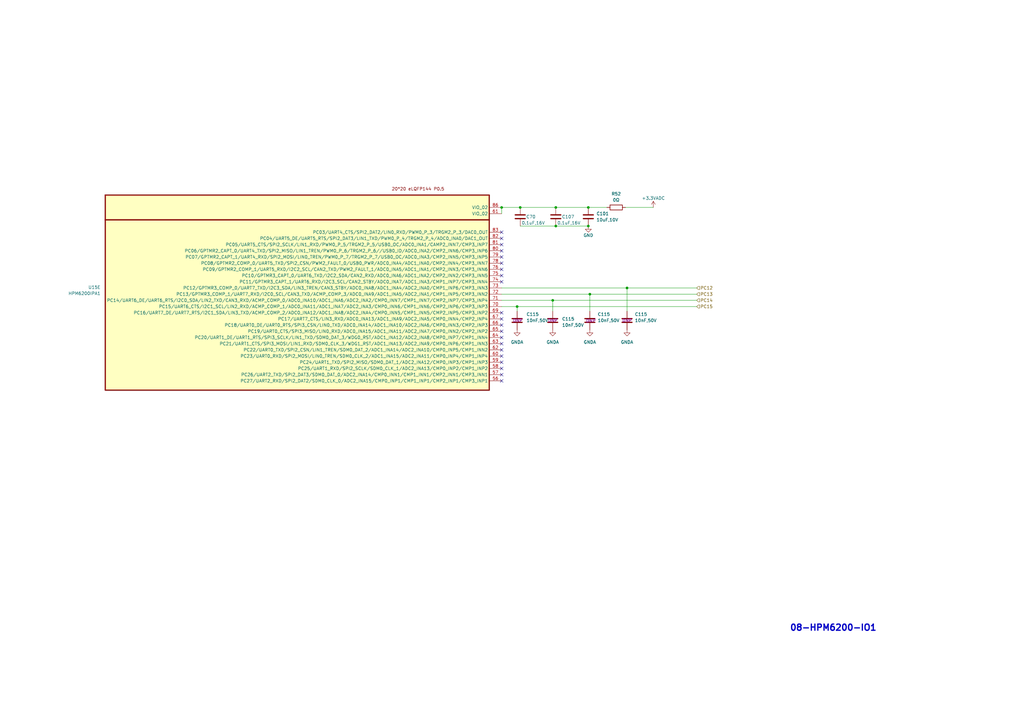
<source format=kicad_sch>
(kicad_sch (version 20230121) (generator eeschema)
  (paper "A3")
  (lib_symbols
    (symbol "00_HPM6200_Library:HPM6200IPA1"
      (property "Reference" "U3" (at 19.881 5.08 0))
      (property "Value" "HPM6200IPA1" (at 19.881 2.54 0))
      (symbol "HPM6200IPA1_0_0"
        (text "20*20 eLQFP144 P0.5" (at 29.21 1.27 0) (effects (font (size 1.27 1.27))))
      )
      (symbol "HPM6200IPA1_1_1"
        (polyline (pts (xy 0 -44.45) (xy 35.56 -44.45)) (stroke (width 0.508)))
        (polyline (pts (xy 8.89 -6.35) (xy 14.605 -6.35) (xy 14.605 -10.16) (xy 13.97 -9.525) (xy 14.605 -10.16) (xy 15.24 -9.525)))
        (polyline (pts (xy 14.605 -12.7) (xy 14.605 -16.51) (xy 8.89 -16.51) (xy 9.525 -15.875) (xy 8.89 -16.51) (xy 9.525 -17.145)))
        (rectangle (start 0 0) (end 35.56 -60.96) (stroke (width 0.508)) (fill (type background)))
        (rectangle (start 10.16 -10.16) (end 17.78 -12.7))
        (text "Analog_Domain" (at 11.43 -46.99 0) (effects (font (size 1.778 1.778))))
        (text "DCDC" (at 13.97 -11.43 0) (effects (font (size 1.27 1.27))))
        (text "DCDC_Domain" (at 10.16 -2.54 0) (effects (font (size 1.778 1.778))))
        (pin power_in line (at 40.64 -24.13 180) (length 5.08) (name "VDD_SOC") (number "104"))
        (pin power_in line (at 40.64 -21.59 180) (length 5.08) (name "VDD_SOC") (number "113"))
        (pin power_in line (at 40.64 -19.05 180) (length 5.08) (name "VDD_SOC") (number "126"))
        (pin power_in line (at 40.64 -16.51 180) (length 5.08) (name "VDD_SOC") (number "140"))
        (pin power_out line (at 17.78 -66.04 90) (length 5.08) (name "PAD") (number "145"))
        (pin power_in line (at 40.64 -8.89 180) (length 5.08) (name "VDD_SOC") (number "18"))
        (pin power_in line (at 40.64 -11.43 180) (length 5.08) (name "VDD_SOC") (number "28"))
        (pin input line (at -5.08 -24.13 0) (length 5.08) (name "DCDC_SNS") (number "29"))
        (pin power_out line (at -5.08 -35.56 0) (length 5.08) (name "DCDC_GND") (number "30"))
        (pin power_out line (at -5.08 -16.51 0) (length 5.08) (name "DCDC_LP") (number "31"))
        (pin power_in line (at -5.08 -6.35 0) (length 5.08) (name "DCDC_IN") (number "32"))
        (pin power_in line (at 40.64 -13.97 180) (length 5.08) (name "VDD_SOC") (number "5"))
        (pin power_in line (at 40.64 -34.29 180) (length 5.08) (name "VDD_SOC") (number "55"))
        (pin power_in line (at 40.64 -31.75 180) (length 5.08) (name "VDD_SOC") (number "68"))
        (pin power_in line (at 40.64 -29.21 180) (length 5.08) (name "VDD_SOC") (number "77"))
        (pin power_out line (at 40.64 -55.88 180) (length 5.08) (name "VREFL") (number "84"))
        (pin power_in line (at 40.64 -49.53 180) (length 5.08) (name "VREFH") (number "85"))
        (pin power_in line (at -5.08 -55.88 0) (length 5.08) (name "VANA") (number "87"))
        (pin power_in line (at 40.64 -26.67 180) (length 5.08) (name "VDD_SOC") (number "90"))
      )
      (symbol "HPM6200IPA1_2_1"
        (polyline (pts (xy 0 -6.35) (xy 104.14 -6.35)) (stroke (width 0.5)))
        (rectangle (start 0 0) (end 104.14 -31.75) (stroke (width 0.508)) (fill (type background)))
        (pin power_in line (at -5.08 -3.81 0) (length 5.08) (name "VBAT") (number "46"))
        (pin bidirectional line (at -5.08 -27.94 0) (length 5.08) (name "PZ07/BATT_TAMPER_07/SOC_GPIO_Z_07/UART6_RXD/I2C3_SDA/LIN2_RXD") (number "47"))
        (pin bidirectional line (at -5.08 -25.4 0) (length 5.08) (name "PZ06/BATT_TAMPER_06/SOC_GPIO_Z_06/UART6_TXD/I2C3_SCL/LIN2_TXD") (number "48"))
        (pin bidirectional line (at -5.08 -22.86 0) (length 5.08) (name "PZ05/BATT_WLED/BATT_WLED/BATT_WLED/SOC_GPIO_Z_05/UART5_RXD/LIN2_TREN/CAN3_RXD/CPU1_NMI") (number "49"))
        (pin bidirectional line (at -5.08 -20.32 0) (length 5.08) (name "PZ04/BATT_PLED/BATT_TAMPER_04/SOC_GPIO_Z_04/UART5_TXD/LIN3_TREN/CAN3_RXD/CPU1_NMI") (number "50"))
        (pin bidirectional line (at -5.08 -17.78 0) (length 5.08) (name "PZ03/BATT_WBUTN/BATT_TAMPER_03/SOC_GPIO_Z_03/UART4_RXD/I2C2_SDA/CAN3_STBY/CPU0_NMI") (number "51"))
        (pin bidirectional line (at -5.08 -15.24 0) (length 5.08) (name "PZ02/BATT_PBUTN/BATT_TAMPER_02/SOC_GPIO_Z_02/UART4_TXD/I2C2_SCL/CAN2_STBY/CPU0_NMI") (number "52"))
        (pin bidirectional line (at -5.08 -12.7 0) (length 5.08) (name "PZ01/BATT_RESETN/BATT_TAMPER_01/SOC_GPIO_Z_01/UART3_RXD/CAN2_RXD") (number "53"))
        (pin bidirectional line (at -5.08 -10.16 0) (length 5.08) (name "PZ00/BATT_PWR_ON/BATT_TAMPER_00/SOC_GPIO_Z_00/UART3_TXD/CAN2_TXD") (number "54"))
      )
      (symbol "HPM6200IPA1_3_0"
        (polyline (pts (xy 12.7 -13.97) (xy 46.99 -13.97) (xy 45.974 -13.462) (xy 46.99 -13.97) (xy 45.974 -14.478)))
        (polyline (pts (xy 12.7 -5.08) (xy 46.99 -5.08) (xy 45.974 -4.572) (xy 46.99 -5.08) (xy 45.974 -5.588)))
        (polyline (pts (xy 53.34 -13.97) (xy 87.63 -13.97) (xy 86.614 -13.462) (xy 87.63 -13.97) (xy 86.614 -14.478)))
        (polyline (pts (xy 53.34 -5.08) (xy 87.63 -5.08) (xy 86.614 -4.572) (xy 87.63 -5.08) (xy 86.614 -5.588)))
      )
      (symbol "HPM6200IPA1_3_1"
        (polyline (pts (xy 0 -17.78) (xy 102.87 -17.78)) (stroke (width 0.508)))
        (polyline (pts (xy 12.7 -12.7) (xy 12.7 -5.08) (xy 12.7 -13.97)))
        (rectangle (start 0 0) (end 102.87 -41.91) (stroke (width 0.508)) (fill (type background)))
        (rectangle (start 48.26 -12.7) (end 53.34 -15.24))
        (rectangle (start 48.26 -3.81) (end 53.34 -6.35))
        (text "LDO" (at 50.8 -13.97 0) (effects (font (size 1.27 1.27))))
        (text "LDO" (at 50.8 -5.08 0) (effects (font (size 1.27 1.27))))
        (pin bidirectional line (at -5.08 -39.37 0) (length 5.08) (name "PY07/UART_RXD/PTMR_CAPT_3/SOC_GPIO_Y_07/UART0_RXD/I2C1_SDA/LIN1_RXD") (number "33"))
        (pin bidirectional line (at -5.08 -36.83 0) (length 5.08) (name "PY06/UART_TXD/PTMR_COMP_3/SOC_GPIO_Y_06/UART0_TXD/I2C1_SCL/LIN1_TXD") (number "34"))
        (pin bidirectional line (at -5.08 -34.29 0) (length 5.08) (name "PY05/WDOG_RST/PTMR_CAPT_2/SOC_GPIO_Y_05/UART7_RXD/I2C0_SDA/LIN1_TREN/CAN3_RXD/WDG1_RST") (number "35"))
        (pin bidirectional line (at -5.08 -31.75 0) (length 5.08) (name "PY04/JTAG_TRST/PTMR_COMP_2/SOC_GPIO_Y_04/UART7_TXD/I2C0_SCL/LIN0_TREN/CAN3_TXD/WDG0_RST") (number "36"))
        (pin bidirectional line (at -5.08 -29.21 0) (length 5.08) (name "PY03/JTAG_TMS/PTMR_CAPT_1/SOC_GPIO_Y_03/UART0_CTS/SPI3_MOSI/LIN0_RXD") (number "37"))
        (pin bidirectional line (at -5.08 -26.67 0) (length 5.08) (name "PY02/JTAG_TCK/PTMR_COMP_1/SOC_GPIO_Y_02/UART0_DE/UART0_RTS/SPI3_SCLK/LIN0_TXD/CPU1_NMI") (number "38"))
        (pin power_out line (at 107.95 -13.97 180) (length 5.08) (name "VDD_OTPCAP") (number "39"))
        (pin bidirectional line (at -5.08 -24.13 0) (length 5.08) (name "PY01/JTAG_TDI/PTMR_CAPT_0/SOC_GPIO_Y_01/UART7_CTS/SPI3_MISO/LIN3_RXD/CAN2_RXD/CPU0_NMI") (number "40"))
        (pin power_out line (at 107.95 -5.08 180) (length 5.08) (name "VDD_PMCCAP") (number "41"))
        (pin bidirectional line (at -5.08 -21.59 0) (length 5.08) (name "PY00/JTAG_TDO/PTMR_COMP_0/SPC_GPIO_Y_00/UART7_DE/UART7_RTS/SPI3_CSN/LIN3_TXD/CAN2_TXD") (number "42"))
        (pin power_in line (at -5.08 -5.08 0) (length 5.08) (name "VPMC") (number "43"))
      )
      (symbol "HPM6200IPA1_4_1"
        (polyline (pts (xy 0 -13.97) (xy 116.84 -13.97)) (stroke (width 0.5)))
        (rectangle (start 0 0) (end 116.84 -175.26) (stroke (width 0.508)) (fill (type background)))
        (pin bidirectional line (at -5.08 -53.34 0) (length 5.08) (name "PA22/GPTMR0_COMP_1/UART6_DE/UART6_RTS/I2C3_SDA/LIN2_TXD/CAN0_RXD/TRGM1_P_02/PWM3_P_02") (number "1"))
        (pin bidirectional line (at -5.08 -33.02 0) (length 5.08) (name "PA14/UART4_TXD/SPI0_DAT3/LIN1_TREN/CAN0_RXD/XPI0_CB_CS1/PWM1_P_5/TRGM3_P_5/SOC_REF0") (number "10"))
        (pin bidirectional line (at -5.08 -154.94 0) (length 5.08) (name "PB29/UART3_RXD/SPI1_SCLK/LIN2_TREN/CAN2_TXD/TRGM0_P_09/PWM2_P_05/SDM0_DAT_3") (number "100"))
        (pin bidirectional line (at -5.08 -152.4 0) (length 5.08) (name "PB28/UART3_TXD/SPI1_MISO/LIN3_TREN/TRGM0_P_08/PWM2_P_04/SDM0_CLK_3") (number "101"))
        (pin bidirectional line (at -5.08 -149.86 0) (length 5.08) (name "PB27/UART2_RXD/SPI1_CSN/TRGM0_P_07/PWM2_P_03/SDM0_DAT_2") (number "102"))
        (pin bidirectional line (at -5.08 -147.32 0) (length 5.08) (name "PB26/UART2_TXD/TRGM0_P_06/PWM2_P_02/SDM0_CLK_2") (number "103"))
        (pin bidirectional line (at -5.08 -144.78 0) (length 5.08) (name "PB25/GPTMR3_COMP_1/UART1_RXD/I2C1_SDA/TRGM0_P_05/PWM2_P_01/SDM0_DAT_1") (number "105"))
        (pin bidirectional line (at -5.08 -142.24 0) (length 5.08) (name "PB24/GPTMR3_COMP_0/UART1_TXD/I2C1_SCL/TRGM0_P_04/PWM2_P_00/SDM0_CLK_1") (number "106"))
        (pin bidirectional line (at -5.08 -139.7 0) (length 5.08) (name "PB23/GPTMR3_CAPT_1/UART0_RXD/I2C0_SDA/LIN0_TREN/CAN1_RXD/TRGM0_P_03/TRGM2_P_11/SDM0_DAT_0/SOC_REF1") (number "107"))
        (pin bidirectional line (at -5.08 -137.16 0) (length 5.08) (name "PB22/GPTMR3_CAPT_0/UART0_TXD/I2C0_SCL/LIN1_TREN/CAN1_TXD/TRGM0_P_02/TRGM2_P_10/SDM0_CLK_0/SOC_REF0") (number "108"))
        (pin bidirectional line (at -5.08 -134.62 0) (length 5.08) (name "PB21/GPTMR2_COMP_1/UART1_CTS/I2C3_SDA/LIN1_RXD/CAN0_RXD/TRGM0_P_01/TRGM2_P_9") (number "109"))
        (pin bidirectional line (at -5.08 -30.48 0) (length 5.08) (name "PA13/GPTMR1_COMP_1/UART5_CTS/SPI0_MOSI/LIN_RXD/CAN0_TXD/XPI0_CB_DQS/PWM1_P_6/TRGM3_P_6/SOC_REF1") (number "11"))
        (pin bidirectional line (at -5.08 -132.08 0) (length 5.08) (name "PB20/GPTMR2_COMP_0/UART1_DE/UART1_RTS/I2C3_SCL/LIN1_TXD/CAN0_TXD/TRGM0_P_00/TRGM2_P_8") (number "110"))
        (pin bidirectional line (at -5.08 -129.54 0) (length 5.08) (name "PB19/GPTMR2_CAPT_1/UART0_CTS/I2C2_SDA/LIN0_RXD/CAN0_STBY/PWM0_P_7/TRGM2_P_7/HRPWM0_P_7") (number "111"))
        (pin bidirectional line (at -5.08 -127 0) (length 5.08) (name "PB18/GPTMR2_CAPT_0/UART0_DE/UART0_RTS/I2C2_SCL/LIN0_TXD/CAN1_STBY/PWM0_P_6/TRGM2_P_6/HRPWM0_P_6") (number "112"))
        (pin bidirectional line (at -5.08 -124.46 0) (length 5.08) (name "PB17/UART7_CTS/LIN3_RXD/PWM0_P_5/TRGM2_P_5/HRPWM0_P_5") (number "114"))
        (pin bidirectional line (at -5.08 -121.92 0) (length 5.08) (name "PB16/UART7_DE/UART7_RTS/SPI2_MOSI/LIN3_TXD/PWM0_P_4/TRGM2_P_4/HRPWM0_P_4") (number "115"))
        (pin bidirectional line (at -5.08 -119.38 0) (length 5.08) (name "PB15/UART6_CTS/SPI2_SCLK/LIN2_RXD/CAN1_RXD/PWM0_P_3/TRGM2_P_3/HRPWM0_P_3") (number "116"))
        (pin bidirectional line (at -5.08 -116.84 0) (length 5.08) (name "PB14/UART6_DE/UART6_RTS/SPI2_MISO/LIN2_TXD/CAN1_TXD/PWM0_P_2/TRGM2_P_2/HRPWM0_P_2") (number "117"))
        (pin bidirectional line (at -5.08 -114.3 0) (length 5.08) (name "PB13/UART7_RXD/SPI2_CSN/LIN2_TREN/CAN0_RXD/PWM0_P_1/TRGM2_P_1/HRPWM0_P_1") (number "118"))
        (pin bidirectional line (at -5.08 -111.76 0) (length 5.08) (name "PB12/UART7_TXD/SPI1_CSN/LIN3_TREN/CAN0_TXD/PWM0_P_0/TRGM2_P_0/HRPWM0_P_0") (number "119"))
        (pin power_in line (at -5.08 -6.35 0) (length 5.08) (name "VIO_01") (number "12"))
        (pin power_in line (at -5.08 -11.43 0) (length 5.08) (name "VIO_01") (number "120"))
        (pin bidirectional line (at -5.08 -109.22 0) (length 5.08) (name "PB11/UART6_RXD/SPI1_MOSI/PWM0_FAULT_0") (number "121"))
        (pin bidirectional line (at -5.08 -106.68 0) (length 5.08) (name "PB10/UART6_TXD/SPI1_MISO/PWM0_FAULT_1") (number "122"))
        (pin bidirectional line (at -5.08 -104.14 0) (length 5.08) (name "PB09/UART5_RXD/SPI1_SCLK/CAN1_RXD/PWM1_FAULT_1") (number "123"))
        (pin bidirectional line (at -5.08 -101.6 0) (length 5.08) (name "PB08/UART5_TXD/SPI1_DAT3/CAN1_TXD/PWM1_FAULT_0") (number "124"))
        (pin bidirectional line (at -5.08 -99.06 0) (length 5.08) (name "PB07/UART4_RXD/SPI1_DAT2/CAN1_STBY/PWM1_P_7/TRGM3_P_11/HRPWM1_P_7") (number "125"))
        (pin bidirectional line (at -5.08 -96.52 0) (length 5.08) (name "PB06/UART4_TXD/CAN0_STBY/PWM1_P_6/TRGM3_P_10/HRPWM1_P_6") (number "127"))
        (pin bidirectional line (at -5.08 -93.98 0) (length 5.08) (name "PB05/UART3_RXD/SPI1_MOSI/CAN0_RXD/PWM1_P_5/TRGM3_P_9/HRPWM1_P_5") (number "128"))
        (pin bidirectional line (at -5.08 -91.44 0) (length 5.08) (name "PB04/UART3_TXD/SPI1_SCLK/CAN0_TXD/PWM1_P_4/TRGM3_P_8/HRPWM1_P_4") (number "129"))
        (pin bidirectional line (at -5.08 -27.94 0) (length 5.08) (name "PA12/GPTMR1_COMP_0/UART5_DE/UART5_RTS/SPI0_SCLK/LIN1_TXD/XPI0_CB_D_3/PWM1_P_7/TRGM3_P_7") (number "13"))
        (pin bidirectional line (at -5.08 -88.9 0) (length 5.08) (name "PB03/UART2_RXD/SPI1_MISO/PWM1_P_3/TRGM3_P_7/HRPWM1_P_3") (number "130"))
        (pin bidirectional line (at -5.08 -86.36 0) (length 5.08) (name "PB02/UART2_TXD/SPI1_CSN/PWM1_P_2/TRGM3_P_6/HRPWM1_P_2") (number "131"))
        (pin bidirectional line (at -5.08 -83.82 0) (length 5.08) (name "PB01/UART1_RXD/SPI0_DAT3/PWM1_P_1/TRGM3_P_5/HRPWM1_P_1") (number "132"))
        (pin power_in line (at -5.08 -3.81 0) (length 5.08) (name "VIO_01") (number "133"))
        (pin bidirectional line (at -5.08 -81.28 0) (length 5.08) (name "PB00/UART1_TXD/SPI0_DAT2/CAN1_RXD/PWM1_P_0/TRGM3_P_4/HRPWM1_P_0") (number "134"))
        (pin bidirectional line (at -5.08 -76.2 0) (length 5.08) (name "PA31/UART0_RXD/SPI0_MOSI/LIN0_TREN/CAN1_TXD/TRGM1_P_11/TRGM3_P_3") (number "135"))
        (pin bidirectional line (at -5.08 -73.66 0) (length 5.08) (name "PA30/UART0_TXD/SPI0_SCLK/LIN1_TREN/CAN0_RXD/TRGM1_P_10/TRGM3_P_2") (number "136"))
        (pin bidirectional line (at -5.08 -71.12 0) (length 5.08) (name "PA29/UART1_CTS/SPI0_MISO/LIN1_RXD/CAN_TXD/TRGM1_P_09/TRGM3_P_1") (number "137"))
        (pin bidirectional line (at -5.08 -68.58 0) (length 5.08) (name "PA28/UART1_DE/UART1_RTS/SPI0_CSN/LIN1_TXD/TRGM1_P_08/TRGM3_P_0") (number "138"))
        (pin bidirectional line (at -5.08 -66.04 0) (length 5.08) (name "PA27/UART0_CTS/LIN0_RXD/TRGM1_P_07/PWM3_P_07") (number "139"))
        (pin bidirectional line (at -5.08 -25.4 0) (length 5.08) (name "PA11/GPTMR1_CAPT_1/UART4_CTS/SPI0_MISO/LIN0_RXD/CAN1_RXD/XPI0_CB_SCLK/PWM3_FAULT_0") (number "14"))
        (pin bidirectional line (at -5.08 -63.5 0) (length 5.08) (name "PA26/GPTMR1_COMP_1/UART0_DE/UART0_RTS/I2C1_SDA/LIN0_TXD/CAN1_RXD/TRGM1_P_06/PWM3_P_06") (number "141"))
        (pin bidirectional line (at -5.08 -60.96 0) (length 5.08) (name "PA25/GPTMR1_COMP_0/UART7_CTS/I2C1_SCL/LIN3_RXD/CAN1_TXD/TRGM1_P_05/PWM3_P_05") (number "142"))
        (pin bidirectional line (at -5.08 -58.42 0) (length 5.08) (name "PA24/GPTMR1_CAPT_1/UART7_DE/UART7_RTS/I2C0_SDA/LIN3_TXD/CAN1_STBY/TRGM1_P_04/PWM3_P_04") (number "143"))
        (pin bidirectional line (at -5.08 -55.88 0) (length 5.08) (name "PA23/GPTMR1_CAPT_0/UART6_CTS/I2C0_SCL/LIN2_RXD/CAN0_STBY/TRGM1_P_03/PWM3_P_03") (number "144"))
        (pin bidirectional line (at -5.08 -22.86 0) (length 5.08) (name "PA10/GPTMR1_CAPT_0/UART4_DE/UART4_RTS/SPI0_CSN/LIN0_TXD/CAN1_TXD/XPI0_CB_D_1/PWM3_FAULT_1") (number "15"))
        (pin bidirectional line (at -5.08 -20.32 0) (length 5.08) (name "PA09/GPTMR0_COMP_1/UART3_CTS/I2C1_SDA/SPI0_MOSI/LIN3_RXD/CAN0_RXD/XPI0_CB_D_2") (number "16"))
        (pin bidirectional line (at -5.08 -17.78 0) (length 5.08) (name "PA08/GPTMR0_COMP_0/UART3_DE/UART3_RTS/I2C1_SCL/SPI0_SCLK/LIN3_TXD/CAN0_TXD/XPI0_CB_D_0") (number "17"))
        (pin bidirectional line (at -5.08 -50.8 0) (length 5.08) (name "PA21/GPTMR0_COMP_0/UART7_RXD/I2C3_SCL/LIN2_TREN/CAN0_TXD/TRGM1_P_01/PWM3_P_01") (number "2"))
        (pin bidirectional line (at -5.08 -48.26 0) (length 5.08) (name "PA20/GPTMR0_CAPT_1/UART7_TXD/I2C2_SDA/LIN3_TREN/TRGM1_P_00/PWM3_P_00") (number "3"))
        (pin bidirectional line (at -5.08 -45.72 0) (length 5.08) (name "PA19/GPTMR0_CAPT_0/UART6_RXD/I2C2_SCL/SPI1_MOSI/PWM1_P_0/TRGM3_P_0") (number "4"))
        (pin bidirectional line (at -5.08 -43.18 0) (length 5.08) (name "PA18/UART6_TXD/SPI1_SCLK/CAN1_RXD/PWM1_P_1/TRGM3_P_1/SYSCTL_CLK_OBS_0") (number "6"))
        (pin bidirectional line (at -5.08 -40.64 0) (length 5.08) (name "PA17/UART5_RXD/SPI1_MISO/CAN1_TXD/PWM1_P_2/TRGM3_P_2/SYSCTL_CLK_OBS_1") (number "7"))
        (pin bidirectional line (at -5.08 -38.1 0) (length 5.08) (name "PA16/UART5_TXD/SPI1_CSN/CAN1_STBY/PWM1_P_3/TRGM3_P_3/SYSCTL_CLK_OBS_2") (number "8"))
        (pin bidirectional line (at -5.08 -35.56 0) (length 5.08) (name "PA15/UART4_RXD/SPI0_DAT2/LIN0_TREN/CAN0_STBY/XPI0_CB_CS0/PWM1_P_4/TRGM3_P_4/SYSCTL_CLK_OBS_3") (number "9"))
        (pin power_in line (at -5.08 -8.89 0) (length 5.08) (name "VIO_01") (number "94"))
        (pin bidirectional line (at -5.08 -170.18 0) (length 5.08) (name "PC02/UART4_DE/UART4_RTS/SPI2_MOSI/LIN0_TXD/CAN3_TXD/PWM0_P_2/TRGM2_P_2/USB0_OC") (number "95"))
        (pin bidirectional line (at -5.08 -167.64 0) (length 5.08) (name "PC01/UART3_CTS/SPI2_SCLK/LIN3_RXD/CAN3_RXD/PWM0_P_1/TRGM2_P_1/USB0_PWR") (number "96"))
        (pin bidirectional line (at -5.08 -165.1 0) (length 5.08) (name "PC00/UART3_DE/UART3_RTS/SPI2_MISO/LIN3_TXD/CAN3_STBY/PWM0_P_0/TRGM2_P_0/USB0_ID") (number "97"))
        (pin bidirectional line (at -5.08 -160.02 0) (length 5.08) (name "PB31/UART2_CTS/SPI2_CSN/LIN2_RXD/CAN2_STBY/TRGM0_P_11/PWM2_P_07") (number "98"))
        (pin bidirectional line (at -5.08 -157.48 0) (length 5.08) (name "PB30/UART2_DE/UART2_RTS/SPI1_MOSI/LIN2_TXD/CAN2_RXD/TRGM0_P_10/PWM2_P_06") (number "99"))
      )
      (symbol "HPM6200IPA1_5_1"
        (rectangle (start 0 -1.27) (end 157.48 -81.28) (stroke (width 0.508)) (fill (type background)))
        (polyline (pts (xy 0 -11.43) (xy 157.48 -11.43)) (stroke (width 0.5)))
        (pin bidirectional line (at -5.08 -77.47 0) (length 5.08) (name "PC27/UART2_RXD/SPI2_DAT2/SDM0_CLK_0/ADC2_INA15/CMP0_INP1/CMP1_INP1/CMP2_INP1/CMP3_INP1") (number "56"))
        (pin bidirectional line (at -5.08 -74.93 0) (length 5.08) (name "PC26/UART2_TXD/SPI2_DAT3/SDM0_DAT_0/ADC2_INA14/CMP0_INN1/CMP1_INN1/CMP2_INN1/CMP3_INN1") (number "57"))
        (pin bidirectional line (at -5.08 -72.39 0) (length 5.08) (name "PC25/UART1_RXD/SPI2_SCLK/SDM0_CLK_1/ADC2_INA13/CMP0_INP2/CMP1_INP2") (number "58"))
        (pin bidirectional line (at -5.08 -69.85 0) (length 5.08) (name "PC24/UART1_TXD/SPI2_MISO/SDM0_DAT_1/ADC2_INA12/CMP0_INP3/CMP1_INP3") (number "59"))
        (pin bidirectional line (at -5.08 -67.31 0) (length 5.08) (name "PC23/UART0_RXD/SPI2_MOSI/LIN0_TREN/SDM0_CLK_2/ADC1_INA15/ADC2_INA11/CMP0_INP4/CMP1_INP4") (number "60"))
        (pin power_in line (at -5.08 -8.89 0) (length 5.08) (name "VIO_02") (number "61"))
        (pin bidirectional line (at -5.08 -64.77 0) (length 5.08) (name "PC22/UART0_TXD/SPI2_CSN/LIN1_TREN/SDM0_DAT_2/ADC1_INA14/ADC2_INA10/CMP0_INP5/CMP1_INN2") (number "62"))
        (pin bidirectional line (at -5.08 -62.23 0) (length 5.08) (name "PC21/UART1_CTS/SPI3_MOSI/LIN1_RXD/SDM0_CLK_3/WDG1_RST/ADC1_INA13/ADC2_INA9/CMP0_INP6/CMP1_INN3") (number "63"))
        (pin bidirectional line (at -5.08 -59.69 0) (length 5.08) (name "PC20/UART1_DE/UART1_RTS/SPI3_SCLK/LIN1_TXD/SDM0_DAT_3/WDG0_RST/ADC1_INA12/ADC2_INA8/CMP0_INP7/CMP1_INN4") (number "64"))
        (pin bidirectional line (at -5.08 -57.15 0) (length 5.08) (name "PC19/UART0_CTS/SPI3_MISO/LIN0_RXD/ADC0_INA15/ADC1_INA11/ADC2_INA7/CMP0_INN2/CMP2_INP2") (number "65"))
        (pin bidirectional line (at -5.08 -54.61 0) (length 5.08) (name "PC18/UART0_DE/UART0_RTS/SPI3_CSN/LIN0_TXD/ADC0_INA14/ADC1_INA10/ADC2_INA6/CMP0_INN3/CMP2_INP3") (number "66"))
        (pin bidirectional line (at -5.08 -52.07 0) (length 5.08) (name "PC17/UART7_CTS/LIN3_RXD/ADC0_INA13/ADC1_INA9/ADC2_INA5/CMP0_INN4/CMP2_INP4") (number "67"))
        (pin bidirectional line (at -5.08 -49.53 0) (length 5.08) (name "PC16/UART7_DE/UART7_RTS/I2C1_SDA/LIN3_TXD/ACMP_COMP_2/ADC0_INA12/ADC1_INA8/ADC2_INA4/CMP0_INN5/CMP1_INN5/CMP2_INP5/CMP3_INP2") (number "69"))
        (pin bidirectional line (at -5.08 -46.99 0) (length 5.08) (name "PC15/UART6_CTS/I2C1_SCL/LIN2_RXD/ACMP_COMP_1/ADC0_INA11/ADC1_INA7/ADC2_INA3/CMP0_INN6/CMP1_INN6/CMP2_INP6/CMP3_INP3") (number "70"))
        (pin bidirectional line (at -5.08 -44.45 0) (length 5.08) (name "PC14/UART6_DE/UART6_RTS/I2C0_SDA/LIN2_TXD/CAN3_RXD/ACMP_COMP_0/ADC0_INA10/ADC1_INA6/ADC2_INA2/CMP0_INN7/CMP1_INN7/CMP2_INP7/CMP3_INP4") (number "71"))
        (pin bidirectional line (at -5.08 -41.91 0) (length 5.08) (name "PC13/GPTMR3_COMP_1/UART7_RXD/I2C0_SCL/CAN3_TXD/ACMP_COMP_3/ADC0_INA9/ADC1_INA5/ADC2_INA1/CMP1_INP5/CMP3_INN2") (number "72"))
        (pin bidirectional line (at -5.08 -39.37 0) (length 5.08) (name "PC12/GPTMR3_COMP_0/UART7_TXD/I2C3_SDA/LIN3_TREN/CAN3_STBY/ADC0_INA8/ADC1_INA4/ADC2_INA0/CMP1_INP6/CMP3_INN3") (number "73"))
        (pin bidirectional line (at -5.08 -36.83 0) (length 5.08) (name "PC11/GPTMR3_CAPT_1/UART6_RXD/I2C3_SCL/CAN2_STBY/ADC0_INA7/ADC1_INA3/CMP1_INP7/CMP3_INN4") (number "74"))
        (pin bidirectional line (at -5.08 -34.29 0) (length 5.08) (name "PC10/GPTMR3_CAPT_0/UART6_TXD/I2C2_SDA/CAN2_RXD/ADC0_INA6/ADC1_INA2/CMP2_INN2/CMP3_INN5") (number "75"))
        (pin bidirectional line (at -5.08 -31.75 0) (length 5.08) (name "PC09/GPTMR2_COMP_1/UART5_RXD/I2C2_SCL/CAN2_TXD/PWM2_FAULT_1/ADC0_INA5/ADC1_INA1/CMP2_INN3/CMP3_INN6") (number "76"))
        (pin bidirectional line (at -5.08 -29.21 0) (length 5.08) (name "PC08/GPTMR2_COMP_0/UART5_TXD/SPI2_CSN/PWM2_FAULT_0/USB0_PWR/ADC0_INA4/ADC1_INA0/CMP2_INN4/CMP3_INN7") (number "78"))
        (pin bidirectional line (at -5.08 -26.67 0) (length 5.08) (name "PC07/GPTMR2_CAPT_1/UART4_RXD/SPI2_MOSI/LIN0_TREN/PWM0_P_7/TRGM2_P_7/USB0_OC/ADC0_INA3/CMP2_INN5/CMP3_INP5") (number "79"))
        (pin bidirectional line (at -5.08 -24.13 0) (length 5.08) (name "PC06/GPTMR2_CAPT_0/UART4_TXD/SPI2_MISO/LIN1_TREN/PWM0_P_6/TRGM2_P_6//USB0_ID/ADC0_INA2/CMP2_INN6/CMP3_INP6") (number "80"))
        (pin bidirectional line (at -5.08 -21.59 0) (length 5.08) (name "PC05/UART5_CTS/SPI2_SCLK/LIN1_RXD/PWM0_P_5/TRGM2_P_5/USB0_OC/ADC0_INA1/CAMP2_INN7/CMP3_INP7") (number "81"))
        (pin bidirectional line (at -5.08 -19.05 0) (length 5.08) (name "PC04/UART5_DE/UART5_RTS/SPI2_DAT3/LIN1_TXD/PWM0_P_4/TRGM2_P_4/ADC0_INA0/DAC1_OUT") (number "82"))
        (pin bidirectional line (at -5.08 -16.51 0) (length 5.08) (name "PC03/UART4_CTS/SPI2_DAT2/LIN0_RXD/PWM0_P_3/TRGM2_P_3/DAC0_OUT") (number "83"))
        (pin power_in line (at -5.08 -6.35 0) (length 5.08) (name "VIO_02") (number "86"))
      )
      (symbol "HPM6200IPA1_6_1"
        (polyline (pts (xy 0 -7.62) (xy 129.54 -7.62)) (stroke (width 0.5)))
        (rectangle (start 0 0) (end 129.54 -33.02) (stroke (width 0.508)) (fill (type background)))
        (pin bidirectional line (at -5.08 -29.21 0) (length 5.08) (name "PA07/GPTMR0_CAPT_1/UART2_CTS/I2C0_SDA/SPI0_MISO/LIN2_RXD/XPI0_CA_DQS/ACMP_COMP_2/SDM0_DAT_3/ADC0_DBG") (number "19"))
        (pin bidirectional line (at -5.08 -26.67 0) (length 5.08) (name "PA06/GPTMR0_CAPT_0/UART2_DE/UART2_RTS/I2C0_SCL/SPI0_CSN/LIN2_TXD/XPI0_CA_CS1/ACMP/COMP_3/SDM0_CLK_3/ADC1_DBG") (number "20"))
        (pin bidirectional line (at -5.08 -24.13 0) (length 5.08) (name "PA05/UART3_RXD/SPI3_DAT2/LIN2_TREN/CAN3_RXD/XPI0_CA_D_3/ACMP_COMP_0/SDM0_DAT_2/ADC2_DBG") (number "21"))
        (pin bidirectional line (at -5.08 -21.59 0) (length 5.08) (name "PA04/UART3_TXD/SPI3_DAT3/LIN_TREN/CAN3_TXD/XPI0_CA_SCLK/ACMP_COMP_1/SDM0_CLK_2") (number "22"))
        (pin power_in line (at -5.08 -3.81 0) (length 5.08) (name "VIO_00") (number "23"))
        (pin bidirectional line (at -5.08 -19.05 0) (length 5.08) (name "PA03/UART2_RXD/SPI3_MOSI/CAN3_STBY/XPI0_CA_D_0/SDM0_DAT_1") (number "24"))
        (pin bidirectional line (at -5.08 -16.51 0) (length 5.08) (name "PA02/UART2_TXD/SPI3_SCLK/CAN2_STBY/XPI0_CA_D_2/SDM0_CLK_1") (number "25"))
        (pin bidirectional line (at -5.08 -13.97 0) (length 5.08) (name "PA01/UART1_RXD/SPI3_MISO/CAN_TXD/XPI0_CA_D_1/SDM0_DATA_0") (number "26"))
        (pin bidirectional line (at -5.08 -11.43 0) (length 5.08) (name "PA00/UART1_TXD/SPI3_CSN/CAN2_RXD/XPI0_CA_CS0/SDM0_CLK_0") (number "27"))
      )
      (symbol "HPM6200IPA1_7_1"
        (rectangle (start 0 0) (end 35.56 -33.02) (stroke (width 0.508)) (fill (type background)))
        (pin output line (at 40.64 -3.81 180) (length 5.08) (name "RTC_XTALI") (number "44"))
        (pin input line (at 40.64 -12.7 180) (length 5.08) (name "RTC_XTALO") (number "45"))
        (pin input line (at -5.08 -3.81 0) (length 5.08) (name "XTALI") (number "88"))
        (pin output line (at -5.08 -12.7 0) (length 5.08) (name "XTALO") (number "89"))
        (pin power_in line (at -5.08 -26.67 0) (length 5.08) (name "USBVBUS") (number "91"))
        (pin bidirectional line (at 40.64 -26.67 180) (length 5.08) (name "USB_DP") (number "92"))
        (pin bidirectional line (at 40.64 -29.21 180) (length 5.08) (name "USB_DM") (number "93"))
      )
    )
    (symbol "00_HPM_power:+3.3VADC" (power) (pin_names (offset 0))
      (property "Value" "+3.3VADC" (at 0 3.81 0))
      (symbol "+3.3VADC_0_0"
        (pin power_in line (at 0 0 90) (length 0) hide (name "+3.3VADC") (number "1"))
      )
      (symbol "+3.3VADC_0_1"
        (polyline (pts (xy -0.762 1.27) (xy 0 2.54)))
        (polyline (pts (xy 0 0) (xy 0 2.54)))
        (polyline (pts (xy 0 2.54) (xy 0.762 1.27)))
      )
    )
    (symbol "00_HPM_power:GND" (power)
      (property "Value" "GND" (at 1.27 -6.35 0))
      (symbol "GND_0_0"
        (pin power_in line (at 0 0 0) (length 0) hide (name "GND") (number ""))
      )
      (symbol "GND_0_1"
        (polyline (pts (xy 0 0) (xy 0 -1.27) (xy 1.27 -1.27) (xy 0 -2.54) (xy -1.27 -1.27) (xy 0 -1.27)))
      )
    )
    (symbol "00_HPM_power:GNDA" (power) (pin_names (offset 0))
      (property "Value" "GNDA" (at 0 -5.08 0))
      (symbol "GNDA_0_1"
        (polyline (pts (xy 0 0) (xy 0 -1.27) (xy 1.27 -1.27) (xy 0 -2.54) (xy -1.27 -1.27) (xy 0 -1.27)))
      )
      (symbol "GNDA_1_1"
        (pin power_in line (at 0 0 270) (length 0) hide (name "GNDA") (number "1"))
      )
    )
    (symbol "02_HPM_Resistor:0Ω_0402" (pin_numbers hide) (pin_names (offset 0))
      (property "Reference" "R" (at 0 5.08 0))
      (property "Value" "0Ω" (at 0 8.89 0))
      (symbol "0Ω_0402_0_1"
        (rectangle (start 2.54 -1.016) (end -2.54 1.016) (stroke (width 0.254)))
      )
      (symbol "0Ω_0402_1_1"
        (pin passive line (at -3.81 0 0) (length 1.27) (name "~") (number "1"))
        (pin passive line (at 3.81 0 180) (length 1.27) (name "~") (number "2"))
      )
    )
    (symbol "03_HPM_Capacitance:0.1uF,16V_0402" (pin_numbers hide) (pin_names (offset 0.254))
      (property "Reference" "C" (at -1.27 10.16 0))
      (property "Value" "0.1uF,16V" (at -5.08 12.7 0))
      (symbol "0.1uF,16V_0402_0_1"
        (polyline (pts (xy -2.032 -0.762) (xy 2.032 -0.762)) (stroke (width 0.508)))
        (polyline (pts (xy -2.032 0.762) (xy 2.032 0.762)) (stroke (width 0.508)))
      )
      (symbol "0.1uF,16V_0402_1_1"
        (pin passive line (at 0 3.81 270) (length 2.794) (name "~") (number "1"))
        (pin passive line (at 0 -3.81 90) (length 2.794) (name "~") (number "2"))
      )
    )
    (symbol "03_HPM_Capacitance:10nF,50V_0402" (pin_numbers hide) (pin_names (offset 0.254))
      (property "Reference" "C" (at -3.81 13.97 0))
      (property "Value" "10nF,50V" (at -3.81 8.89 0))
      (symbol "10nF,50V_0402_0_1"
        (polyline (pts (xy -2.032 -0.762) (xy 2.032 -0.762)) (stroke (width 0.508)))
        (polyline (pts (xy -2.032 0.762) (xy 2.032 0.762)) (stroke (width 0.508)))
      )
      (symbol "10nF,50V_0402_1_1"
        (pin passive line (at 0 3.81 270) (length 2.794) (name "~") (number "1"))
        (pin passive line (at 0 -3.81 90) (length 2.794) (name "~") (number "2"))
      )
    )
    (symbol "03_HPM_Capacitance:10uF,10V_0402" (pin_numbers hide) (pin_names (offset 0.254))
      (property "Reference" "C" (at -3.81 15.24 0))
      (property "Value" "10uF,10V" (at -3.81 10.16 0))
      (symbol "10uF,10V_0402_0_1"
        (polyline (pts (xy -2.032 -0.762) (xy 2.032 -0.762)) (stroke (width 0.508)))
        (polyline (pts (xy -2.032 0.762) (xy 2.032 0.762)) (stroke (width 0.508)))
      )
      (symbol "10uF,10V_0402_1_1"
        (pin passive line (at 0 3.81 270) (length 2.794) (name "~") (number "1"))
        (pin passive line (at 0 -3.81 90) (length 2.794) (name "~") (number "2"))
      )
    )
  )
  (junction (at 226.695 123.19))
  (junction (at 205.74 85.09))
  (junction (at 227.965 85.09))
  (junction (at 212.09 125.73))
  (junction (at 241.3 92.71))
  (junction (at 213.36 85.09))
  (junction (at 241.935 120.65))
  (junction (at 241.3 85.09))
  (junction (at 227.965 92.71))
  (junction (at 257.175 118.11))
  (no_connect (at 205.74 153.67))
  (no_connect (at 205.74 135.89))
  (no_connect (at 205.74 143.51))
  (no_connect (at 205.74 105.41))
  (no_connect (at 205.74 156.21))
  (no_connect (at 205.74 113.03))
  (no_connect (at 205.74 128.27))
  (no_connect (at 205.74 138.43))
  (no_connect (at 205.74 130.81))
  (no_connect (at 205.74 146.05))
  (no_connect (at 205.74 115.57))
  (no_connect (at 205.74 110.49))
  (no_connect (at 205.74 140.97))
  (no_connect (at 205.74 133.35))
  (no_connect (at 205.74 151.13))
  (no_connect (at 205.74 95.25))
  (no_connect (at 205.74 97.79))
  (no_connect (at 205.74 107.95))
  (no_connect (at 205.74 148.59))
  (no_connect (at 205.74 100.33))
  (no_connect (at 205.74 102.87))
  (wire (pts (xy 256.54 85.09) (xy 267.97 85.09)))
  (wire (pts (xy 212.09 125.73) (xy 205.74 125.73)))
  (wire (pts (xy 227.965 85.09) (xy 241.3 85.09)))
  (wire (pts (xy 226.695 123.19) (xy 205.74 123.19)))
  (wire (pts (xy 205.74 85.09) (xy 205.74 87.63)))
  (wire (pts (xy 213.36 92.71) (xy 227.965 92.71)))
  (wire (pts (xy 285.75 125.73) (xy 212.09 125.73)))
  (wire (pts (xy 212.09 125.73) (xy 212.09 127.635)))
  (wire (pts (xy 241.935 120.65) (xy 205.74 120.65)))
  (wire (pts (xy 257.175 118.11) (xy 205.74 118.11)))
  (wire (pts (xy 257.175 118.11) (xy 257.175 127.635)))
  (wire (pts (xy 285.75 120.65) (xy 241.935 120.65)))
  (wire (pts (xy 241.3 85.09) (xy 248.92 85.09)))
  (wire (pts (xy 226.695 123.19) (xy 226.695 127.635)))
  (wire (pts (xy 213.36 85.09) (xy 227.965 85.09)))
  (wire (pts (xy 241.935 120.65) (xy 241.935 127.635)))
  (wire (pts (xy 205.74 85.09) (xy 213.36 85.09)))
  (wire (pts (xy 285.75 118.11) (xy 257.175 118.11)))
  (wire (pts (xy 285.75 123.19) (xy 226.695 123.19)))
  (wire (pts (xy 227.965 92.71) (xy 241.3 92.71)))
  (text "08-HPM6200-IO1" (at 323.85 259.08 0) (effects (font (size 2.54 2.54) (thickness 0.508) bold) (justify left bottom)))
  (hierarchical_label "PC15" (shape input) (at 285.75 125.73 0))
  (hierarchical_label "PC13" (shape input) (at 285.75 120.65 0))
  (hierarchical_label "PC14" (shape input) (at 285.75 123.19 0))
  (hierarchical_label "PC12" (shape input) (at 285.75 118.11 0))
  (symbol (lib_id "03_HPM_Capacitance:10nF,50V_0402") (at 257.175 131.445 0) (unit 1)
    (property "Reference" "C115" (at 260.35 128.905 0) (effects (justify left)))
    (property "Value" "10nF,50V" (at 260.35 131.445 0) (effects (justify left)))
    (property "Footprint" "03_HPM_Capacitance:C_0402" (effects hide))
    (property "DNP" "DNP" (at 255.143 131.445 0) (effects (justify left)))
    (property "Model" " CL05B103KB5NNNC" (effects hide))
    (property "Company" "SAMSUNG(三星)" (effects hide))
    (instances (project "HPM62_63_144_ADC_EVK_RevB" (path "" (reference "C115") (unit 1)) (path "" (reference "C26") (unit 1))))
  )
  (symbol (lib_id "02_HPM_Resistor:0Ω_0402") (at 252.73 85.09 0) (unit 1)
    (property "Reference" "R52" (at 252.73 79.502 0))
    (property "Value" "0Ω" (at 252.73 82.042 0))
    (property "Footprint" "02_HPM_Resistor:R_0402_1005Metric" (effects hide))
    (property "Model" "RC0402JR-070RL" (effects hide))
    (property "Company" "YAGEO(国巨)" (effects hide))
  )
  (symbol (lib_id "03_HPM_Capacitance:10nF,50V_0402") (at 212.09 131.445 0) (unit 1)
    (property "Reference" "C115" (at 215.9 128.905 0) (effects (justify left)))
    (property "Value" "10nF,50V" (at 215.9 131.445 0) (effects (justify left)))
    (property "Footprint" "03_HPM_Capacitance:C_0402" (effects hide))
    (property "DNP" "DNP" (at 210.312 131.445 0) (effects (justify left)))
    (property "Model" " CL05B103KB5NNNC" (effects hide))
    (property "Company" "SAMSUNG(三星)" (effects hide))
    (instances (project "HPM62_63_144_ADC_EVK_RevB" (path "" (reference "C115") (unit 1)) (path "" (reference "C23") (unit 1))))
  )
  (symbol (lib_id "03_HPM_Capacitance:10nF,50V_0402") (at 241.935 131.445 0) (unit 1)
    (property "Reference" "C115" (at 245.11 128.905 0) (effects (justify left)))
    (property "Value" "10nF,50V" (at 245.11 131.445 0) (effects (justify left)))
    (property "Footprint" "03_HPM_Capacitance:C_0402" (effects hide))
    (property "DNP" "DNP" (at 240.284 131.572 0) (effects (justify left)))
    (property "Model" " CL05B103KB5NNNC" (effects hide))
    (property "Company" "SAMSUNG(三星)" (effects hide))
    (instances (project "HPM62_63_144_ADC_EVK_RevB" (path "" (reference "C115") (unit 1)) (path "" (reference "C25") (unit 1))))
  )
  (symbol (lib_id "00_HPM_power:GND") (at 241.3 92.71 0) (mirror y) (unit 1)
    (property "Reference" "#PWR0136" (effects hide))
    (property "Value" "GND" (at 241.3 96.52 0))
    (instances (project "HPM62_63_144_ADC_EVK_RevB" (path "" (reference "#PWR0136") (unit 1))) (project "EVK_REVC" (path "" (reference "#PWR0176") (unit 1))))
  )
  (symbol (lib_id "03_HPM_Capacitance:0.1uF,16V_0402") (at 213.36 88.9 0) (mirror y) (unit 1)
    (property "Reference" "C70" (at 219.71 88.9 0) (effects (justify left)))
    (property "Value" "0.1uF,16V" (at 223.52 91.44 0) (effects (justify left)))
    (property "Footprint" "03_HPM_Capacitance:C_0402" (effects hide))
    (property "Model" "CL05B104KO5NNNC" (effects hide))
    (property "Company" "SAMSUNG(三星)" (effects hide))
    (instances (project "HPM62_63_144_ADC_EVK_RevB" (path "" (reference "C70") (unit 1))) (project "EVK_REVC" (path "" (reference "C53") (unit 1))))
  )
  (symbol (lib_id "03_HPM_Capacitance:10uF,10V_0402") (at 241.3 88.9 0) (unit 1)
    (property "Reference" "C101" (at 244.602 87.63 0) (effects (justify left)))
    (property "Value" "10uF,10V" (at 244.602 90.17 0) (effects (justify left)))
    (property "Footprint" "03_HPM_Capacitance:C_0402" (effects hide))
    (property "Model" "CL05A106MP5NUNC" (effects hide))
    (property "Company" " SAMSUNG(三星)" (effects hide))
  )
  (symbol (lib_id "00_HPM6200_Library:HPM6200IPA1") (at 200.66 78.74 0) (mirror y) (unit 5)
    (property "Reference" "U15" (at 41.275 117.8202 0) (effects (justify left)))
    (property "Value" "HPM6200IPA1" (at 41.275 120.3602 0) (effects (justify left)))
    (property "Footprint" "00_HPM_Library:eLQFP144L_22x22_P0.5mm_EP5x5mm" (effects hide))
  )
  (symbol (lib_id "03_HPM_Capacitance:10nF,50V_0402") (at 226.695 131.445 0) (unit 1)
    (property "Reference" "C115" (at 230.505 130.81 0) (effects (justify left)))
    (property "Value" "10nF,50V" (at 230.505 133.35 0) (effects (justify left)))
    (property "Footprint" "03_HPM_Capacitance:C_0402" (effects hide))
    (property "DNP" "DNP" (at 226.695 131.445 0))
    (property "Model" " CL05B103KB5NNNC" (effects hide))
    (property "Company" "SAMSUNG(三星)" (effects hide))
    (instances (project "HPM62_63_144_ADC_EVK_RevB" (path "" (reference "C115") (unit 1)) (path "" (reference "C24") (unit 1))))
  )
  (symbol (lib_id "00_HPM_power:GNDA") (at 257.175 135.255 0) (unit 1)
    (property "Reference" "#PWR074" (effects hide))
    (property "Value" "GNDA" (at 257.175 140.335 0))
    (instances (project "HPM62_63_144_ADC_EVK_RevB" (path "" (reference "#PWR074") (unit 1)) (path "" (reference "#PWR088") (unit 1)) (path "" (reference "#PWR0174") (unit 1)) (path "" (reference "#PWR063") (unit 1))))
  )
  (symbol (lib_id "00_HPM_power:GNDA") (at 212.09 135.255 0) (unit 1)
    (property "Reference" "#PWR074" (effects hide))
    (property "Value" "GNDA" (at 212.09 140.335 0))
    (instances (project "HPM62_63_144_ADC_EVK_RevB" (path "" (reference "#PWR074") (unit 1)) (path "" (reference "#PWR088") (unit 1)) (path "" (reference "#PWR0174") (unit 1)) (path "" (reference "#PWR060") (unit 1))))
  )
  (symbol (lib_id "03_HPM_Capacitance:0.1uF,16V_0402") (at 227.965 88.9 0) (mirror y) (unit 1)
    (property "Reference" "C107" (at 235.585 88.9 0) (effects (justify left)))
    (property "Value" "0.1uF,16V" (at 238.125 91.44 0) (effects (justify left)))
    (property "Footprint" "03_HPM_Capacitance:C_0402" (effects hide))
    (property "Model" "CL05B104KO5NNNC" (effects hide))
    (property "Company" "SAMSUNG(三星)" (effects hide))
    (instances (project "HPM62_63_144_ADC_EVK_RevB" (path "" (reference "C107") (unit 1))) (project "EVK_REVC" (path "" (reference "C53") (unit 1))))
  )
  (symbol (lib_id "00_HPM_power:GNDA") (at 241.935 135.255 0) (unit 1)
    (property "Reference" "#PWR074" (effects hide))
    (property "Value" "GNDA" (at 241.935 140.335 0))
    (instances (project "HPM62_63_144_ADC_EVK_RevB" (path "" (reference "#PWR074") (unit 1)) (path "" (reference "#PWR088") (unit 1)) (path "" (reference "#PWR0174") (unit 1)) (path "" (reference "#PWR062") (unit 1))))
  )
  (symbol (lib_id "00_HPM_power:+3.3VADC") (at 267.97 85.09 0) (unit 1)
    (property "Reference" "#PWR076" (effects hide))
    (property "Value" "+3.3VADC" (at 267.97 81.28 0))
  )
  (symbol (lib_id "00_HPM_power:GNDA") (at 226.695 135.255 0) (unit 1)
    (property "Reference" "#PWR074" (effects hide))
    (property "Value" "GNDA" (at 226.695 140.335 0))
    (instances (project "HPM62_63_144_ADC_EVK_RevB" (path "" (reference "#PWR074") (unit 1)) (path "" (reference "#PWR088") (unit 1)) (path "" (reference "#PWR0174") (unit 1)) (path "" (reference "#PWR061") (unit 1))))
  )
)
</source>
